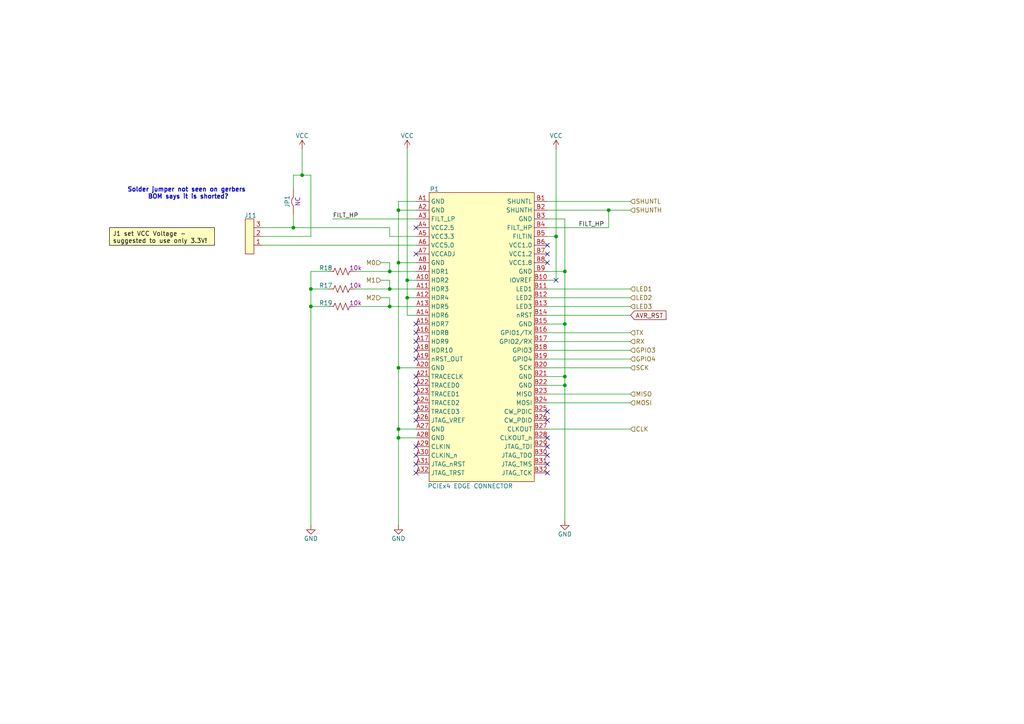
<source format=kicad_sch>
(kicad_sch (version 20231120) (generator "eeschema") (generator_version "8.0")
  (paper "A4")
  (lib_symbols
    (symbol "0603_Yageo_Res:RES_10k_0603" (pin_numbers hide)
      (property "Reference" "R" (at -20.32 5.08 0))
      (property "Display Value" "10k" (at 15.24 5.08 0))
      (symbol "RES_10k_0603_0_1"
        (polyline (pts (xy -2.286 0) (xy -2.54 0)))
        (polyline (pts (xy 2.286 0) (xy 2.54 0)))
        (polyline (pts (xy -2.286 0) (xy -1.905 1.016) (xy -1.524 0) (xy -1.143 -1.016) (xy -0.762 0)))
        (polyline (pts (xy -0.762 0) (xy -0.381 1.016) (xy 0 0) (xy 0.381 -1.016) (xy 0.762 0)))
        (polyline (pts (xy 0.762 0) (xy 1.143 1.016) (xy 1.524 0) (xy 1.905 -1.016) (xy 2.286 0)))
      )
      (symbol "RES_10k_0603_1_1"
        (pin passive line (at -3.81 0 0) (length 1.27) (name "~") (number "1"))
        (pin passive line (at 3.81 0 180) (length 1.27) (name "~") (number "2"))
      )
    )
    (symbol "power:GND" (power) (pin_numbers hide) (pin_names (offset 0) hide)
      (property "Value" "GND" (at 0 -3.81 0))
      (symbol "GND_0_1"
        (polyline (pts (xy 0 0) (xy 0 -1.27) (xy 1.27 -1.27) (xy 0 -2.54) (xy -1.27 -1.27) (xy 0 -1.27)))
      )
      (symbol "GND_1_1"
        (pin power_in line (at 0 0 270) (length 0) (name "~") (number "1"))
      )
    )
    (symbol "power:VCC" (power) (pin_numbers hide) (pin_names (offset 0) hide)
      (property "Value" "VCC" (at 0 3.556 0))
      (symbol "VCC_0_1"
        (polyline (pts (xy -0.762 1.27) (xy 0 2.54)))
        (polyline (pts (xy 0 0) (xy 0 2.54)))
        (polyline (pts (xy 0 2.54) (xy 0.762 1.27)))
      )
      (symbol "VCC_1_1"
        (pin power_in line (at 0 0 90) (length 0) (name "~") (number "1"))
      )
    )
    (symbol "tutorial_2_library:CW312T-Template" (in_bom no)
      (property "Reference" "P" (at -15.24 3.81 0))
      (property "Value" "PCIEx4 EDGE CONNECTOR " (at 3.81 3.81 0))
      (symbol "CW312T-Template_1_1"
        (rectangle (start -15.24 2.54) (end 15.24 -81.28) (fill (type background)))
        (pin unspecified line (at -19.05 0 0) (length 3.81) (name "GND") (number "A1"))
        (pin unspecified line (at -19.05 -22.86 0) (length 3.81) (name "HDR2") (number "A10"))
        (pin unspecified line (at -19.05 -25.4 0) (length 3.81) (name "HDR3") (number "A11"))
        (pin unspecified line (at -19.05 -27.94 0) (length 3.81) (name "HDR4") (number "A12"))
        (pin unspecified line (at -19.05 -30.48 0) (length 3.81) (name "HDR5") (number "A13"))
        (pin unspecified line (at -19.05 -33.02 0) (length 3.81) (name "HDR6") (number "A14"))
        (pin unspecified line (at -19.05 -35.56 0) (length 3.81) (name "HDR7") (number "A15"))
        (pin unspecified line (at -19.05 -38.1 0) (length 3.81) (name "HDR8") (number "A16"))
        (pin unspecified line (at -19.05 -40.64 0) (length 3.81) (name "HDR9") (number "A17"))
        (pin unspecified line (at -19.05 -43.18 0) (length 3.81) (name "HDR10") (number "A18"))
        (pin unspecified line (at -19.05 -45.72 0) (length 3.81) (name "nRST_OUT") (number "A19"))
        (pin unspecified line (at -19.05 -2.54 0) (length 3.81) (name "GND") (number "A2"))
        (pin unspecified line (at -19.05 -48.26 0) (length 3.81) (name "GND") (number "A20"))
        (pin unspecified line (at -19.05 -50.8 0) (length 3.81) (name "TRACECLK") (number "A21"))
        (pin unspecified line (at -19.05 -53.34 0) (length 3.81) (name "TRACED0") (number "A22"))
        (pin unspecified line (at -19.05 -55.88 0) (length 3.81) (name "TRACED1") (number "A23"))
        (pin unspecified line (at -19.05 -58.42 0) (length 3.81) (name "TRACED2") (number "A24"))
        (pin unspecified line (at -19.05 -60.96 0) (length 3.81) (name "TRACED3") (number "A25"))
        (pin unspecified line (at -19.05 -63.5 0) (length 3.81) (name "JTAG_VREF") (number "A26"))
        (pin unspecified line (at -19.05 -66.04 0) (length 3.81) (name "GND") (number "A27"))
        (pin unspecified line (at -19.05 -68.58 0) (length 3.81) (name "GND") (number "A28"))
        (pin unspecified line (at -19.05 -71.12 0) (length 3.81) (name "CLKIN") (number "A29"))
        (pin unspecified line (at -19.05 -5.08 0) (length 3.81) (name "FILT_LP") (number "A3"))
        (pin unspecified line (at -19.05 -73.66 0) (length 3.81) (name "CLKIN_n") (number "A30"))
        (pin unspecified line (at -19.05 -76.2 0) (length 3.81) (name "JTAG_nRST") (number "A31"))
        (pin unspecified line (at -19.05 -78.74 0) (length 3.81) (name "JTAG_TRST") (number "A32"))
        (pin unspecified line (at -19.05 -7.62 0) (length 3.81) (name "VCC2.5") (number "A4"))
        (pin unspecified line (at -19.05 -10.16 0) (length 3.81) (name "VCC3.3") (number "A5"))
        (pin unspecified line (at -19.05 -12.7 0) (length 3.81) (name "VCC5.0") (number "A6"))
        (pin unspecified line (at -19.05 -15.24 0) (length 3.81) (name "VCCADJ") (number "A7"))
        (pin unspecified line (at -19.05 -17.78 0) (length 3.81) (name "GND") (number "A8"))
        (pin unspecified line (at -19.05 -20.32 0) (length 3.81) (name "HDR1") (number "A9"))
        (pin unspecified line (at 19.05 0 180) (length 3.81) (name "SHUNTL") (number "B1"))
        (pin unspecified line (at 19.05 -22.86 180) (length 3.81) (name "IOVREF") (number "B10"))
        (pin unspecified line (at 19.05 -25.4 180) (length 3.81) (name "LED1") (number "B11"))
        (pin unspecified line (at 19.05 -27.94 180) (length 3.81) (name "LED2") (number "B12"))
        (pin unspecified line (at 19.05 -30.48 180) (length 3.81) (name "LED3") (number "B13"))
        (pin unspecified line (at 19.05 -33.02 180) (length 3.81) (name "nRST") (number "B14"))
        (pin unspecified line (at 19.05 -35.56 180) (length 3.81) (name "GND") (number "B15"))
        (pin unspecified line (at 19.05 -38.1 180) (length 3.81) (name "GPIO1/TX") (number "B16"))
        (pin unspecified line (at 19.05 -40.64 180) (length 3.81) (name "GPIO2/RX") (number "B17"))
        (pin unspecified line (at 19.05 -43.18 180) (length 3.81) (name "GPIO3") (number "B18"))
        (pin unspecified line (at 19.05 -45.72 180) (length 3.81) (name "GPIO4") (number "B19"))
        (pin unspecified line (at 19.05 -2.54 180) (length 3.81) (name "SHUNTH") (number "B2"))
        (pin unspecified line (at 19.05 -48.26 180) (length 3.81) (name "SCK") (number "B20"))
        (pin unspecified line (at 19.05 -50.8 180) (length 3.81) (name "GND") (number "B21"))
        (pin unspecified line (at 19.05 -53.34 180) (length 3.81) (name "GND") (number "B22"))
        (pin unspecified line (at 19.05 -55.88 180) (length 3.81) (name "MISO") (number "B23"))
        (pin unspecified line (at 19.05 -58.42 180) (length 3.81) (name "MOSI") (number "B24"))
        (pin unspecified line (at 19.05 -60.96 180) (length 3.81) (name "CW_PDIC") (number "B25"))
        (pin unspecified line (at 19.05 -63.5 180) (length 3.81) (name "CW_PDID") (number "B26"))
        (pin unspecified line (at 19.05 -66.04 180) (length 3.81) (name "CLKOUT") (number "B27"))
        (pin unspecified line (at 19.05 -68.58 180) (length 3.81) (name "CLKOUT_n") (number "B28"))
        (pin unspecified line (at 19.05 -71.12 180) (length 3.81) (name "JTAG_TDI") (number "B29"))
        (pin unspecified line (at 19.05 -5.08 180) (length 3.81) (name "GND") (number "B3"))
        (pin unspecified line (at 19.05 -73.66 180) (length 3.81) (name "JTAG_TDO") (number "B30"))
        (pin unspecified line (at 19.05 -76.2 180) (length 3.81) (name "JTAG_TMS") (number "B31"))
        (pin unspecified line (at 19.05 -78.74 180) (length 3.81) (name "JTAG_TCK") (number "B32"))
        (pin unspecified line (at 19.05 -7.62 180) (length 3.81) (name "FILT_HP") (number "B4"))
        (pin unspecified line (at 19.05 -10.16 180) (length 3.81) (name "FILTIN") (number "B5"))
        (pin unspecified line (at 19.05 -12.7 180) (length 3.81) (name "VCC1.0") (number "B6"))
        (pin unspecified line (at 19.05 -15.24 180) (length 3.81) (name "VCC1.2") (number "B7"))
        (pin unspecified line (at 19.05 -17.78 180) (length 3.81) (name "VCC1.8") (number "B8"))
        (pin unspecified line (at 19.05 -20.32 180) (length 3.81) (name "GND") (number "B9"))
      )
    )
    (symbol "tutorial_2_library:Solder_Jumper_2_NC" (pin_numbers hide)
      (property "Reference" "JP" (at -3.81 3.81 0))
      (property "Display Value" "NC" (at -3.81 0 0))
      (symbol "Solder_Jumper_2_NC_1_1"
        (arc (start 0 1.27) (mid -0.526 0) (end 0 -1.27))
        (pin unspecified line (at 0 3.81 270) (length 2.54) (name "") (number "1"))
        (pin unspecified line (at 0 -3.81 90) (length 2.54) (name "") (number "2"))
      )
    )
    (symbol "tutorial_2_library:VERT_HDR_3_2.54mm"
      (property "Reference" "J" (at 1.27 3.81 0))
      (symbol "VERT_HDR_3_2.54mm_1_1"
        (rectangle (start 0 2.54) (end 2.54 -7.62) (fill (type background)))
        (pin unspecified line (at -2.54 -5.08 0) (length 2.54) (name "") (number "1"))
        (pin unspecified line (at -2.54 -2.54 0) (length 2.54) (name "") (number "2"))
        (pin unspecified line (at -2.54 0 0) (length 2.54) (name "") (number "3"))
      )
    )
  )
  (junction (at 113.03 83.82))
  (junction (at 115.57 76.2))
  (junction (at 113.03 78.74))
  (junction (at 90.17 88.9))
  (junction (at 115.57 127))
  (junction (at 87.63 50.8))
  (junction (at 115.57 124.46))
  (junction (at 90.17 83.82))
  (junction (at 163.83 109.22))
  (junction (at 85.09 66.04))
  (junction (at 118.11 86.36))
  (junction (at 176.53 60.96))
  (junction (at 163.83 93.98))
  (junction (at 115.57 106.68))
  (junction (at 163.83 111.76))
  (junction (at 113.03 88.9))
  (junction (at 163.83 78.74))
  (junction (at 118.11 81.28))
  (junction (at 115.57 60.96))
  (junction (at 161.29 68.58))
  (no_connect (at 158.75 134.62))
  (no_connect (at 120.65 96.52))
  (no_connect (at 158.75 129.54))
  (no_connect (at 158.75 73.66))
  (no_connect (at 158.75 127))
  (no_connect (at 120.65 101.6))
  (no_connect (at 120.65 116.84))
  (no_connect (at 161.29 81.28))
  (no_connect (at 120.65 66.04))
  (no_connect (at 120.65 119.38))
  (no_connect (at 158.75 119.38))
  (no_connect (at 120.65 114.3))
  (no_connect (at 120.65 111.76))
  (no_connect (at 120.65 132.08))
  (no_connect (at 158.75 137.16))
  (no_connect (at 120.65 73.66))
  (no_connect (at 158.75 132.08))
  (no_connect (at 158.75 76.2))
  (no_connect (at 120.65 134.62))
  (no_connect (at 120.65 104.14))
  (no_connect (at 120.65 129.54))
  (no_connect (at 120.65 99.06))
  (no_connect (at 120.65 137.16))
  (no_connect (at 158.75 71.12))
  (no_connect (at 158.75 121.92))
  (no_connect (at 120.65 93.98))
  (no_connect (at 120.65 109.22))
  (no_connect (at 120.65 121.92))
  (wire (pts (xy 115.57 124.46) (xy 115.57 127)))
  (wire (pts (xy 118.11 81.28) (xy 118.11 86.36)))
  (wire (pts (xy 158.75 101.6) (xy 182.88 101.6)))
  (wire (pts (xy 85.09 62.23) (xy 85.09 66.04)))
  (wire (pts (xy 158.75 93.98) (xy 163.83 93.98)))
  (wire (pts (xy 115.57 124.46) (xy 120.65 124.46)))
  (wire (pts (xy 158.75 60.96) (xy 176.53 60.96)))
  (wire (pts (xy 176.53 60.96) (xy 182.88 60.96)))
  (wire (pts (xy 113.03 88.9) (xy 113.03 86.36)))
  (wire (pts (xy 113.03 78.74) (xy 120.65 78.74)))
  (wire (pts (xy 90.17 83.82) (xy 90.17 88.9)))
  (wire (pts (xy 120.65 86.36) (xy 118.11 86.36)))
  (wire (pts (xy 90.17 88.9) (xy 95.25 88.9)))
  (wire (pts (xy 158.75 99.06) (xy 182.88 99.06)))
  (wire (pts (xy 96.52 63.5) (xy 120.65 63.5)))
  (wire (pts (xy 118.11 81.28) (xy 120.65 81.28)))
  (wire (pts (xy 115.57 60.96) (xy 120.65 60.96)))
  (wire (pts (xy 163.83 63.5) (xy 163.83 78.74)))
  (wire (pts (xy 85.09 50.8) (xy 87.63 50.8)))
  (wire (pts (xy 161.29 43.18) (xy 161.29 68.58)))
  (wire (pts (xy 113.03 83.82) (xy 120.65 83.82)))
  (wire (pts (xy 102.87 83.82) (xy 113.03 83.82)))
  (wire (pts (xy 163.83 78.74) (xy 163.83 93.98)))
  (wire (pts (xy 90.17 83.82) (xy 95.25 83.82)))
  (wire (pts (xy 115.57 106.68) (xy 115.57 124.46)))
  (wire (pts (xy 102.87 88.9) (xy 113.03 88.9)))
  (wire (pts (xy 90.17 88.9) (xy 90.17 152.4)))
  (wire (pts (xy 113.03 88.9) (xy 120.65 88.9)))
  (wire (pts (xy 161.29 81.28) (xy 161.29 68.58)))
  (wire (pts (xy 158.75 83.82) (xy 182.88 83.82)))
  (wire (pts (xy 113.03 66.04) (xy 85.09 66.04)))
  (wire (pts (xy 118.11 43.18) (xy 118.11 81.28)))
  (wire (pts (xy 158.75 88.9) (xy 182.88 88.9)))
  (wire (pts (xy 158.75 104.14) (xy 182.88 104.14)))
  (wire (pts (xy 158.75 114.3) (xy 182.88 114.3)))
  (wire (pts (xy 163.83 63.5) (xy 158.75 63.5)))
  (wire (pts (xy 115.57 60.96) (xy 115.57 76.2)))
  (wire (pts (xy 158.75 58.42) (xy 182.88 58.42)))
  (wire (pts (xy 76.2 68.58) (xy 90.17 68.58)))
  (wire (pts (xy 113.03 83.82) (xy 113.03 81.28)))
  (wire (pts (xy 158.75 66.04) (xy 176.53 66.04)))
  (wire (pts (xy 87.63 43.18) (xy 87.63 50.8)))
  (wire (pts (xy 158.75 81.28) (xy 161.29 81.28)))
  (wire (pts (xy 115.57 58.42) (xy 115.57 60.96)))
  (wire (pts (xy 158.75 109.22) (xy 163.83 109.22)))
  (wire (pts (xy 163.83 109.22) (xy 163.83 111.76)))
  (wire (pts (xy 163.83 111.76) (xy 163.83 151.13)))
  (wire (pts (xy 118.11 91.44) (xy 118.11 86.36)))
  (wire (pts (xy 85.09 50.8) (xy 85.09 54.61)))
  (wire (pts (xy 95.25 78.74) (xy 90.17 78.74)))
  (wire (pts (xy 120.65 91.44) (xy 118.11 91.44)))
  (wire (pts (xy 158.75 91.44) (xy 182.88 91.44)))
  (wire (pts (xy 90.17 50.8) (xy 87.63 50.8)))
  (wire (pts (xy 76.2 66.04) (xy 85.09 66.04)))
  (wire (pts (xy 158.75 86.36) (xy 182.88 86.36)))
  (wire (pts (xy 113.03 68.58) (xy 120.65 68.58)))
  (wire (pts (xy 158.75 116.84) (xy 182.88 116.84)))
  (wire (pts (xy 158.75 68.58) (xy 161.29 68.58)))
  (wire (pts (xy 115.57 76.2) (xy 115.57 106.68)))
  (wire (pts (xy 113.03 68.58) (xy 113.03 66.04)))
  (wire (pts (xy 176.53 66.04) (xy 176.53 60.96)))
  (wire (pts (xy 158.75 78.74) (xy 163.83 78.74)))
  (wire (pts (xy 90.17 78.74) (xy 90.17 83.82)))
  (wire (pts (xy 120.65 58.42) (xy 115.57 58.42)))
  (wire (pts (xy 120.65 127) (xy 115.57 127)))
  (wire (pts (xy 113.03 78.74) (xy 113.03 76.2)))
  (wire (pts (xy 115.57 106.68) (xy 120.65 106.68)))
  (wire (pts (xy 110.49 76.2) (xy 113.03 76.2)))
  (wire (pts (xy 158.75 124.46) (xy 182.88 124.46)))
  (wire (pts (xy 110.49 81.28) (xy 113.03 81.28)))
  (wire (pts (xy 76.2 71.12) (xy 120.65 71.12)))
  (wire (pts (xy 163.83 93.98) (xy 163.83 109.22)))
  (wire (pts (xy 158.75 106.68) (xy 182.88 106.68)))
  (wire (pts (xy 90.17 50.8) (xy 90.17 68.58)))
  (wire (pts (xy 115.57 76.2) (xy 120.65 76.2)))
  (wire (pts (xy 115.57 127) (xy 115.57 152.4)))
  (wire (pts (xy 158.75 96.52) (xy 182.88 96.52)))
  (wire (pts (xy 102.87 78.74) (xy 113.03 78.74)))
  (wire (pts (xy 110.49 86.36) (xy 113.03 86.36)))
  (wire (pts (xy 158.75 111.76) (xy 163.83 111.76)))
  (text_box "J1 set VCC Voltage -\nsuggested to use only 3.3V!" (at 31.75 66.04 0) (size 30.48 5.08) (stroke (width 0) (color 0 0 0 1)) (fill (type color) (color 255 255 194 1)) (effects (font (size 1.27 1.27)) (justify left top)))
  (text "Solder jumper not seen on gerbers \nBOM says it is shorted?" (at 54.61 56.134 0) (effects (font (size 1.27 1.27) (thickness 0.254) (bold yes))))
  (label "FILT_HP" (at 175.26 66.04 180))
  (label "FILT_HP" (at 96.52 63.5 0))
  (global_label "AVR_RST" (shape input) (at 182.88 91.44 0) (property "Intersheetrefs" "${INTERSHEET_REFS}" (effects (hide yes))))
  (hierarchical_label "LED3" (shape input) (at 182.88 88.9 0))
  (hierarchical_label "MISO" (shape input) (at 182.88 114.3 0))
  (hierarchical_label "SHUNTL" (shape input) (at 182.88 58.42 0))
  (hierarchical_label "CLK" (shape input) (at 182.88 124.46 0))
  (hierarchical_label "RX" (shape input) (at 182.88 99.06 0))
  (hierarchical_label "M1" (shape input) (at 110.49 81.28 180))
  (hierarchical_label "M0" (shape input) (at 110.49 76.2 180))
  (hierarchical_label "MOSI" (shape input) (at 182.88 116.84 0))
  (hierarchical_label "SCK" (shape input) (at 182.88 106.68 0))
  (hierarchical_label "LED2" (shape input) (at 182.88 86.36 0))
  (hierarchical_label "GPIO3" (shape input) (at 182.88 101.6 0))
  (hierarchical_label "LED1" (shape input) (at 182.88 83.82 0))
  (hierarchical_label "SHUNTH" (shape input) (at 182.88 60.96 0))
  (hierarchical_label "GPIO4" (shape input) (at 182.88 104.14 0))
  (hierarchical_label "M2" (shape input) (at 110.49 86.36 180))
  (hierarchical_label "TX" (shape input) (at 182.88 96.52 0))
  (symbol (lib_id "0603_Yageo_Res:RES_10k_0603") (at 99.06 88.9 0) (unit 1)
    (property "Reference" "R19" (at 94.488 87.884 0))
    (property "Value" "RES_10k_0603" (effects (hide yes)))
    (property "Footprint" "Resistor_SMD:R_0603_1608Metric" (effects (hide yes)))
    (property "Datasheet" "https://www.yageo.com/upload/media/product/products/datasheet/rchip/PYu-RC_Group_51_RoHS_L_12.pdf" (effects (hide yes)))
    (property "Description" "RES 10K OHM 1% 1/10W 0603" (effects (hide yes)))
    (property "Display Value" "10k" (at 103.124 87.884 0))
    (property "Manufacturer" "YAGEO" (effects (hide yes)))
    (property "Manufacturer Part Number" "RC0603FR-0710KL" (effects (hide yes)))
    (property "Supplier 1" "DigiKey" (effects (hide yes)))
    (property "Supplier 1 Part Number" "311-10.0KHRCT-ND" (effects (hide yes)))
    (property "Supplier 2" "no_data" (effects (hide yes)))
    (property "Supplier 2 Part Number" "no_data" (effects (hide yes)))
  )
  (symbol (lib_id "power:GND") (at 90.17 152.4 0) (unit 1)
    (property "Reference" "#PWR05" (effects (hide yes)))
    (property "Value" "GND" (at 90.17 156.21 0))
    (property "Description" "Power symbol creates a global label with name \"GND\" , ground" (effects (hide yes)))
  )
  (symbol (lib_id "power:VCC") (at 118.11 43.18 0) (unit 1)
    (property "Reference" "#PWR04" (effects (hide yes)))
    (property "Value" "VCC" (at 118.11 39.37 0))
    (property "Description" "Power symbol creates a global label with name \"VCC\"" (effects (hide yes)))
  )
  (symbol (lib_id "power:VCC") (at 161.29 43.18 0) (unit 1)
    (property "Reference" "#PWR03" (effects (hide yes)))
    (property "Value" "VCC" (at 161.29 39.37 0))
    (property "Description" "Power symbol creates a global label with name \"VCC\"" (effects (hide yes)))
  )
  (symbol (lib_id "tutorial_2_library:Solder_Jumper_2_NC") (at 85.09 58.42 0) (unit 1)
    (property "Reference" "JP1" (at 83.312 58.42 90))
    (property "Footprint" "Jumper:SolderJumper-2_P1.3mm_Bridged2Bar_Pad1.0x1.5mm" (effects (hide yes)))
    (property "Display Value" "NC" (at 86.36 58.42 90))
  )
  (symbol (lib_id "0603_Yageo_Res:RES_10k_0603") (at 99.06 83.82 0) (unit 1)
    (property "Reference" "R17" (at 94.488 82.804 0))
    (property "Value" "RES_10k_0603" (effects (hide yes)))
    (property "Footprint" "Resistor_SMD:R_0603_1608Metric" (effects (hide yes)))
    (property "Datasheet" "https://www.yageo.com/upload/media/product/products/datasheet/rchip/PYu-RC_Group_51_RoHS_L_12.pdf" (effects (hide yes)))
    (property "Description" "RES 10K OHM 1% 1/10W 0603" (effects (hide yes)))
    (property "Display Value" "10k" (at 103.124 82.804 0))
    (property "Manufacturer" "YAGEO" (effects (hide yes)))
    (property "Manufacturer Part Number" "RC0603FR-0710KL" (effects (hide yes)))
    (property "Supplier 1" "DigiKey" (effects (hide yes)))
    (property "Supplier 1 Part Number" "311-10.0KHRCT-ND" (effects (hide yes)))
    (property "Supplier 2" "no_data" (effects (hide yes)))
    (property "Supplier 2 Part Number" "no_data" (effects (hide yes)))
  )
  (symbol (lib_id "power:VCC") (at 87.63 43.18 0) (unit 1)
    (property "Reference" "#PWR06" (effects (hide yes)))
    (property "Value" "VCC" (at 87.63 39.37 0))
    (property "Description" "Power symbol creates a global label with name \"VCC\"" (effects (hide yes)))
  )
  (symbol (lib_id "tutorial_2_library:VERT_HDR_3_2.54mm") (at 73.66 66.04 0) (mirror y) (unit 1)
    (property "Reference" "J11" (at 72.644 62.484 0))
    (property "Value" "1x3 straight header pins" (effects (hide yes)))
    (property "Footprint" "Connector_PinHeader_2.54mm:PinHeader_1x03_P2.54mm_Vertical" (effects (hide yes)))
    (property "Datasheet" "https://www.we-online.com/components/products/datasheet/61300311121.pdf" (effects (hide yes)))
    (property "Description" "CONN HEADER VERT 3POS 2.54MM" (effects (hide yes)))
    (property "Display Value" "Header" (effects (hide yes)))
    (property "Manufacturer" "Würth Elektronik" (effects (hide yes)))
    (property "Manufacturer Part Number" "61300311121" (effects (hide yes)))
    (property "Supplier 1" "DigiKey" (effects (hide yes)))
    (property "Supplier 1 Part Number" "732-5316-ND" (effects (hide yes)))
  )
  (symbol (lib_id "tutorial_2_library:CW312T-Template") (at 139.7 58.42 0) (unit 1) (in_bom no)
    (property "Reference" "P1" (at 125.984 54.864 0))
    (property "Value" "PCIEx4 EDGE CONNECTOR" (at 136.398 140.97 0))
    (property "Footprint" "tutorial_2_library:CW312_Template" (effects (hide yes)))
    (property "Description" "BOARD AND EDGE CONNECTOR TEMPLATE FOR CW312 TARGETS" (effects (hide yes)))
  )
  (symbol (lib_id "power:GND") (at 163.83 151.13 0) (unit 1)
    (property "Reference" "#PWR02" (effects (hide yes)))
    (property "Value" "GND" (at 163.83 154.94 0))
    (property "Description" "Power symbol creates a global label with name \"GND\" , ground" (effects (hide yes)))
  )
  (symbol (lib_id "0603_Yageo_Res:RES_10k_0603") (at 99.06 78.74 0) (unit 1)
    (property "Reference" "R18" (at 94.488 77.724 0))
    (property "Value" "RES_10k_0603" (effects (hide yes)))
    (property "Footprint" "Resistor_SMD:R_0603_1608Metric" (effects (hide yes)))
    (property "Datasheet" "https://www.yageo.com/upload/media/product/products/datasheet/rchip/PYu-RC_Group_51_RoHS_L_12.pdf" (effects (hide yes)))
    (property "Description" "RES 10K OHM 1% 1/10W 0603" (effects (hide yes)))
    (property "Display Value" "10k" (at 103.124 77.724 0))
    (property "Manufacturer" "YAGEO" (effects (hide yes)))
    (property "Manufacturer Part Number" "RC0603FR-0710KL" (effects (hide yes)))
    (property "Supplier 1" "DigiKey" (effects (hide yes)))
    (property "Supplier 1 Part Number" "311-10.0KHRCT-ND" (effects (hide yes)))
    (property "Supplier 2" "no_data" (effects (hide yes)))
    (property "Supplier 2 Part Number" "no_data" (effects (hide yes)))
  )
  (symbol (lib_id "power:GND") (at 115.57 152.4 0) (unit 1)
    (property "Reference" "#PWR01" (effects (hide yes)))
    (property "Value" "GND" (at 115.57 156.21 0))
    (property "Description" "Power symbol creates a global label with name \"GND\" , ground" (effects (hide yes)))
  )
)
</source>
